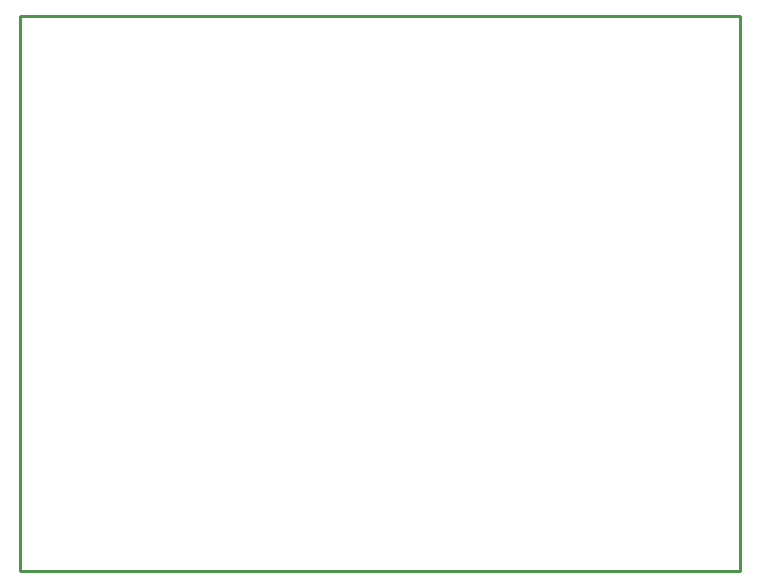
<source format=gbr>
G04 EAGLE Gerber RS-274X export*
G75*
%MOMM*%
%FSLAX34Y34*%
%LPD*%
%IN*%
%IPPOS*%
%AMOC8*
5,1,8,0,0,1.08239X$1,22.5*%
G01*
%ADD10C,0.254000*%


D10*
X0Y0D02*
X609600Y0D01*
X609600Y469900D01*
X0Y469900D01*
X0Y0D01*
M02*

</source>
